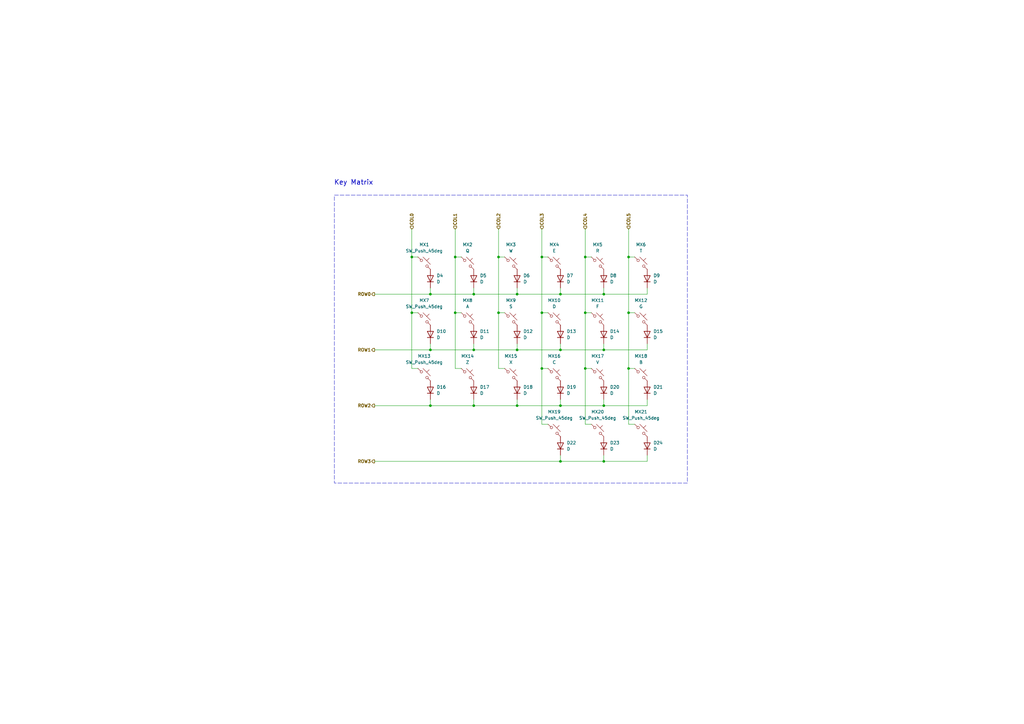
<source format=kicad_sch>
(kicad_sch (version 20250114) (generator "eeschema") (generator_version "9.0")
  (paper "A3")
  (title_block (title "SakurajimaSplit") (date "2025-05-22") (rev "1.0") (company "HayataSama") (comment 1 "https://github.com/HayataSama/SakurajimaSplit"))
  (lib_symbols
    (symbol "Device:D" (pin_numbers (hide yes)) (pin_names (offset 1.016) (hide yes))
      (property "Reference" "D" (at 0 2.54 0))
      (property "Value" "D" (at 0 -2.54 0))
      (symbol "D_0_1"
        (polyline (pts (xy -1.27 1.27) (xy -1.27 -1.27)) (stroke (width 0.254)))
        (polyline (pts (xy 1.27 1.27) (xy 1.27 -1.27) (xy -1.27 0) (xy 1.27 1.27)) (stroke (width 0.254)))
        (polyline (pts (xy 1.27 0) (xy -1.27 0)))
      )
      (symbol "D_1_1"
        (pin passive line (at -3.81 0 0) (length 2.54) (name "K") (number "1"))
        (pin passive line (at 3.81 0 180) (length 2.54) (name "A") (number "2"))
      )
    )
    (symbol "Switch:SW_Push_45deg" (pin_numbers (hide yes)) (pin_names (offset 1.016) (hide yes))
      (property "Reference" "SW" (at 3.048 1.016 0))
      (property "Value" "SW_Push_45deg" (at 0 -3.81 0))
      (symbol "SW_Push_45deg_0_1"
        (polyline (pts (xy -2.54 2.54) (xy -1.524 1.524) (xy -1.524 1.524)))
        (circle (center -1.1684 1.1684) (radius 0.508))
        (polyline (pts (xy -0.508 2.54) (xy 2.54 -0.508)))
        (polyline (pts (xy 1.016 1.016) (xy 2.032 2.032)))
        (circle (center 1.143 -1.1938) (radius 0.508))
        (polyline (pts (xy 1.524 -1.524) (xy 2.54 -2.54) (xy 2.54 -2.54) (xy 2.54 -2.54)))
        (pin passive line (at -2.54 2.54 0) (length 0) (name "1") (number "1"))
        (pin passive line (at 2.54 -2.54 180) (length 0) (name "2") (number "2"))
      )
    )
  )
  (rectangle (start 137.16 80.01) (end 281.94 198.12) (stroke (width 0) (type dash)))
  (text "Key Matrix" (at 145.034 74.93 0) (effects (font (size 2 2) (thickness 0.254) (bold yes))))
  (junction (at 229.87 189.23))
  (junction (at 212.09 143.51))
  (junction (at 257.81 105.41))
  (junction (at 186.69 128.27))
  (junction (at 247.65 166.37))
  (junction (at 257.81 151.13))
  (junction (at 212.09 166.37))
  (junction (at 194.31 120.65))
  (junction (at 222.25 105.41))
  (junction (at 168.91 105.41))
  (junction (at 222.25 128.27))
  (junction (at 229.87 143.51))
  (junction (at 229.87 166.37))
  (junction (at 194.31 166.37))
  (junction (at 229.87 120.65))
  (junction (at 176.53 166.37))
  (junction (at 247.65 120.65))
  (junction (at 240.03 151.13))
  (junction (at 204.47 105.41))
  (junction (at 222.25 151.13))
  (junction (at 240.03 128.27))
  (junction (at 168.91 128.27))
  (junction (at 247.65 189.23))
  (junction (at 240.03 105.41))
  (junction (at 176.53 120.65))
  (junction (at 212.09 120.65))
  (junction (at 257.81 128.27))
  (junction (at 186.69 105.41))
  (junction (at 204.47 128.27))
  (junction (at 176.53 143.51))
  (junction (at 247.65 143.51))
  (junction (at 194.31 143.51))
  (wire (pts (xy 265.43 120.65) (xy 265.43 118.11)))
  (wire (pts (xy 222.25 173.99) (xy 224.79 173.99)))
  (wire (pts (xy 176.53 120.65) (xy 176.53 118.11)))
  (wire (pts (xy 153.67 143.51) (xy 176.53 143.51)))
  (wire (pts (xy 265.43 189.23) (xy 247.65 189.23)))
  (wire (pts (xy 247.65 189.23) (xy 229.87 189.23)))
  (wire (pts (xy 194.31 120.65) (xy 194.31 118.11)))
  (wire (pts (xy 194.31 166.37) (xy 212.09 166.37)))
  (wire (pts (xy 247.65 143.51) (xy 265.43 143.51)))
  (wire (pts (xy 240.03 151.13) (xy 240.03 173.99)))
  (wire (pts (xy 194.31 120.65) (xy 212.09 120.65)))
  (wire (pts (xy 222.25 128.27) (xy 222.25 105.41)))
  (wire (pts (xy 257.81 105.41) (xy 260.35 105.41)))
  (wire (pts (xy 240.03 151.13) (xy 242.57 151.13)))
  (wire (pts (xy 204.47 128.27) (xy 204.47 105.41)))
  (wire (pts (xy 212.09 143.51) (xy 212.09 140.97)))
  (wire (pts (xy 204.47 93.98) (xy 204.47 105.41)))
  (wire (pts (xy 212.09 120.65) (xy 212.09 118.11)))
  (wire (pts (xy 176.53 120.65) (xy 194.31 120.65)))
  (wire (pts (xy 168.91 151.13) (xy 171.45 151.13)))
  (wire (pts (xy 204.47 128.27) (xy 207.01 128.27)))
  (wire (pts (xy 186.69 105.41) (xy 189.23 105.41)))
  (wire (pts (xy 168.91 105.41) (xy 171.45 105.41)))
  (wire (pts (xy 257.81 151.13) (xy 257.81 128.27)))
  (wire (pts (xy 186.69 93.98) (xy 186.69 105.41)))
  (wire (pts (xy 176.53 166.37) (xy 194.31 166.37)))
  (wire (pts (xy 229.87 120.65) (xy 229.87 118.11)))
  (wire (pts (xy 222.25 151.13) (xy 222.25 173.99)))
  (wire (pts (xy 229.87 143.51) (xy 247.65 143.51)))
  (wire (pts (xy 168.91 93.98) (xy 168.91 105.41)))
  (wire (pts (xy 247.65 143.51) (xy 247.65 140.97)))
  (wire (pts (xy 229.87 120.65) (xy 247.65 120.65)))
  (wire (pts (xy 229.87 143.51) (xy 229.87 140.97)))
  (wire (pts (xy 240.03 105.41) (xy 242.57 105.41)))
  (wire (pts (xy 176.53 143.51) (xy 194.31 143.51)))
  (wire (pts (xy 186.69 128.27) (xy 186.69 105.41)))
  (wire (pts (xy 186.69 128.27) (xy 189.23 128.27)))
  (wire (pts (xy 240.03 128.27) (xy 242.57 128.27)))
  (wire (pts (xy 212.09 166.37) (xy 212.09 163.83)))
  (wire (pts (xy 212.09 166.37) (xy 229.87 166.37)))
  (wire (pts (xy 212.09 143.51) (xy 229.87 143.51)))
  (wire (pts (xy 229.87 166.37) (xy 247.65 166.37)))
  (wire (pts (xy 176.53 143.51) (xy 176.53 140.97)))
  (wire (pts (xy 247.65 166.37) (xy 247.65 163.83)))
  (wire (pts (xy 240.03 93.98) (xy 240.03 105.41)))
  (wire (pts (xy 229.87 166.37) (xy 229.87 163.83)))
  (wire (pts (xy 240.03 173.99) (xy 242.57 173.99)))
  (wire (pts (xy 186.69 151.13) (xy 189.23 151.13)))
  (wire (pts (xy 265.43 143.51) (xy 265.43 140.97)))
  (wire (pts (xy 265.43 166.37) (xy 265.43 163.83)))
  (wire (pts (xy 194.31 143.51) (xy 194.31 140.97)))
  (wire (pts (xy 257.81 128.27) (xy 257.81 105.41)))
  (wire (pts (xy 257.81 151.13) (xy 260.35 151.13)))
  (wire (pts (xy 153.67 189.23) (xy 229.87 189.23)))
  (wire (pts (xy 194.31 166.37) (xy 194.31 163.83)))
  (wire (pts (xy 257.81 128.27) (xy 260.35 128.27)))
  (wire (pts (xy 247.65 120.65) (xy 265.43 120.65)))
  (wire (pts (xy 257.81 173.99) (xy 260.35 173.99)))
  (wire (pts (xy 257.81 151.13) (xy 257.81 173.99)))
  (wire (pts (xy 168.91 128.27) (xy 168.91 105.41)))
  (wire (pts (xy 229.87 189.23) (xy 229.87 186.69)))
  (wire (pts (xy 186.69 151.13) (xy 186.69 128.27)))
  (wire (pts (xy 265.43 189.23) (xy 265.43 186.69)))
  (wire (pts (xy 194.31 143.51) (xy 212.09 143.51)))
  (wire (pts (xy 222.25 128.27) (xy 224.79 128.27)))
  (wire (pts (xy 204.47 151.13) (xy 204.47 128.27)))
  (wire (pts (xy 247.65 120.65) (xy 247.65 118.11)))
  (wire (pts (xy 222.25 105.41) (xy 224.79 105.41)))
  (wire (pts (xy 176.53 166.37) (xy 176.53 163.83)))
  (wire (pts (xy 240.03 128.27) (xy 240.03 105.41)))
  (wire (pts (xy 222.25 151.13) (xy 222.25 128.27)))
  (wire (pts (xy 168.91 151.13) (xy 168.91 128.27)))
  (wire (pts (xy 247.65 166.37) (xy 265.43 166.37)))
  (wire (pts (xy 204.47 105.41) (xy 207.01 105.41)))
  (wire (pts (xy 168.91 128.27) (xy 171.45 128.27)))
  (wire (pts (xy 247.65 189.23) (xy 247.65 186.69)))
  (wire (pts (xy 212.09 120.65) (xy 229.87 120.65)))
  (wire (pts (xy 240.03 151.13) (xy 240.03 128.27)))
  (wire (pts (xy 153.67 166.37) (xy 176.53 166.37)))
  (wire (pts (xy 204.47 151.13) (xy 207.01 151.13)))
  (wire (pts (xy 153.67 120.65) (xy 176.53 120.65)))
  (wire (pts (xy 222.25 151.13) (xy 224.79 151.13)))
  (wire (pts (xy 257.81 93.98) (xy 257.81 105.41)))
  (wire (pts (xy 222.25 93.98) (xy 222.25 105.41)))
  (hierarchical_label "COL1" (shape input) (at 186.69 93.98 90) (effects (font (thickness 0.254) (bold yes))))
  (hierarchical_label "ROW2" (shape output) (at 153.67 166.37 180) (effects (font (thickness 0.254) (bold yes))))
  (hierarchical_label "COL4" (shape input) (at 240.03 93.98 90) (effects (font (thickness 0.254) (bold yes))))
  (hierarchical_label "ROW0" (shape output) (at 153.67 120.65 180) (effects (font (thickness 0.254) (bold yes))))
  (hierarchical_label "COL5" (shape input) (at 257.81 93.98 90) (effects (font (thickness 0.254) (bold yes))))
  (hierarchical_label "COL0" (shape input) (at 168.91 93.98 90) (effects (font (thickness 0.254) (bold yes))))
  (hierarchical_label "COL3" (shape input) (at 222.25 93.98 90) (effects (font (thickness 0.254) (bold yes))))
  (hierarchical_label "ROW3" (shape output) (at 153.67 189.23 180) (effects (font (thickness 0.254) (bold yes))))
  (hierarchical_label "ROW1" (shape output) (at 153.67 143.51 180) (effects (font (thickness 0.254) (bold yes))))
  (hierarchical_label "COL2" (shape input) (at 204.47 93.98 90) (effects (font (thickness 0.254) (bold yes))))
  (symbol (lib_id "Switch:SW_Push_45deg") (at 209.55 107.95 0) (unit 1) (in_bom no)
    (property "Reference" "MX3" (at 209.55 100.33 0))
    (property "Value" "W" (at 209.55 102.87 0))
    (property "Footprint" "PCM_marbastlib-mx:SW_MX_1u" (effects (hide yes)))
    (property "Description" "Push button switch, normally open, two pins, 45° tilted" (effects (hide yes)))
  )
  (symbol (lib_id "Device:D") (at 265.43 160.02 90) (unit 1)
    (property "Reference" "D21" (at 267.97 158.7499 90) (effects (justify right)))
    (property "Value" "D" (at 267.97 161.2899 90) (effects (justify right)))
    (property "Footprint" "Diode_SMD:D_SOD-123" (effects (hide yes)))
    (property "Description" "Diode" (effects (hide yes)))
    (property "Sim.Device" "D" (effects (hide yes)))
    (property "Sim.Pins" "1=K 2=A" (effects (hide yes)))
    (property "Distributor Link" "https://lionelectronic.ir/products/2289-1N4148W" (effects (hide yes)))
    (property "Manufacturer" "Jingdao Microelectronics" (effects (hide yes)))
    (property "Manufacturer Part No." "1N4148W" (effects (hide yes)))
  )
  (symbol (lib_id "Device:D") (at 247.65 137.16 90) (unit 1)
    (property "Reference" "D14" (at 250.19 135.8899 90) (effects (justify right)))
    (property "Value" "D" (at 250.19 138.4299 90) (effects (justify right)))
    (property "Footprint" "Diode_SMD:D_SOD-123" (effects (hide yes)))
    (property "Description" "Diode" (effects (hide yes)))
    (property "Sim.Device" "D" (effects (hide yes)))
    (property "Sim.Pins" "1=K 2=A" (effects (hide yes)))
    (property "Distributor Link" "https://lionelectronic.ir/products/2289-1N4148W" (effects (hide yes)))
    (property "Manufacturer" "Jingdao Microelectronics" (effects (hide yes)))
    (property "Manufacturer Part No." "1N4148W" (effects (hide yes)))
  )
  (symbol (lib_id "Switch:SW_Push_45deg") (at 262.89 153.67 0) (unit 1) (in_bom no)
    (property "Reference" "MX18" (at 262.89 146.05 0))
    (property "Value" "B" (at 262.89 148.59 0))
    (property "Footprint" "PCM_marbastlib-mx:SW_MX_1u" (effects (hide yes)))
    (property "Description" "Push button switch, normally open, two pins, 45° tilted" (effects (hide yes)))
  )
  (symbol (lib_id "Device:D") (at 265.43 114.3 90) (unit 1)
    (property "Reference" "D9" (at 267.97 113.0299 90) (effects (justify right)))
    (property "Value" "D" (at 267.97 115.5699 90) (effects (justify right)))
    (property "Footprint" "Diode_SMD:D_SOD-123" (effects (hide yes)))
    (property "Description" "Diode" (effects (hide yes)))
    (property "Sim.Device" "D" (effects (hide yes)))
    (property "Sim.Pins" "1=K 2=A" (effects (hide yes)))
    (property "Distributor Link" "https://lionelectronic.ir/products/2289-1N4148W" (effects (hide yes)))
    (property "Manufacturer" "Jingdao Microelectronics" (effects (hide yes)))
    (property "Manufacturer Part No." "1N4148W" (effects (hide yes)))
  )
  (symbol (lib_id "Device:D") (at 194.31 114.3 90) (unit 1)
    (property "Reference" "D5" (at 196.85 113.0299 90) (effects (justify right)))
    (property "Value" "D" (at 196.85 115.5699 90) (effects (justify right)))
    (property "Footprint" "Diode_SMD:D_SOD-123" (effects (hide yes)))
    (property "Description" "Diode" (effects (hide yes)))
    (property "Sim.Device" "D" (effects (hide yes)))
    (property "Sim.Pins" "1=K 2=A" (effects (hide yes)))
    (property "Distributor Link" "https://lionelectronic.ir/products/2289-1N4148W" (effects (hide yes)))
    (property "Manufacturer" "Jingdao Microelectronics" (effects (hide yes)))
    (property "Manufacturer Part No." "1N4148W" (effects (hide yes)))
  )
  (symbol (lib_id "Device:D") (at 212.09 137.16 90) (unit 1)
    (property "Reference" "D12" (at 214.63 135.8899 90) (effects (justify right)))
    (property "Value" "D" (at 214.63 138.4299 90) (effects (justify right)))
    (property "Footprint" "Diode_SMD:D_SOD-123" (effects (hide yes)))
    (property "Description" "Diode" (effects (hide yes)))
    (property "Sim.Device" "D" (effects (hide yes)))
    (property "Sim.Pins" "1=K 2=A" (effects (hide yes)))
    (property "Distributor Link" "https://lionelectronic.ir/products/2289-1N4148W" (effects (hide yes)))
    (property "Manufacturer" "Jingdao Microelectronics" (effects (hide yes)))
    (property "Manufacturer Part No." "1N4148W" (effects (hide yes)))
  )
  (symbol (lib_id "Switch:SW_Push_45deg") (at 227.33 107.95 0) (unit 1) (in_bom no)
    (property "Reference" "MX4" (at 227.33 100.33 0))
    (property "Value" "E" (at 227.33 102.87 0))
    (property "Footprint" "PCM_marbastlib-mx:SW_MX_1u" (effects (hide yes)))
    (property "Description" "Push button switch, normally open, two pins, 45° tilted" (effects (hide yes)))
  )
  (symbol (lib_id "Device:D") (at 229.87 137.16 90) (unit 1)
    (property "Reference" "D13" (at 232.41 135.8899 90) (effects (justify right)))
    (property "Value" "D" (at 232.41 138.4299 90) (effects (justify right)))
    (property "Footprint" "Diode_SMD:D_SOD-123" (effects (hide yes)))
    (property "Description" "Diode" (effects (hide yes)))
    (property "Sim.Device" "D" (effects (hide yes)))
    (property "Sim.Pins" "1=K 2=A" (effects (hide yes)))
    (property "Distributor Link" "https://lionelectronic.ir/products/2289-1N4148W" (effects (hide yes)))
    (property "Manufacturer" "Jingdao Microelectronics" (effects (hide yes)))
    (property "Manufacturer Part No." "1N4148W" (effects (hide yes)))
  )
  (symbol (lib_id "Switch:SW_Push_45deg") (at 262.89 107.95 0) (unit 1) (in_bom no)
    (property "Reference" "MX6" (at 262.89 100.33 0))
    (property "Value" "T" (at 262.89 102.87 0))
    (property "Footprint" "PCM_marbastlib-mx:SW_MX_1u" (effects (hide yes)))
    (property "Description" "Push button switch, normally open, two pins, 45° tilted" (effects (hide yes)))
  )
  (symbol (lib_id "Switch:SW_Push_45deg") (at 227.33 176.53 0) (unit 1) (in_bom no)
    (property "Reference" "MX19" (at 227.33 168.91 0))
    (property "Value" "SW_Push_45deg" (at 227.33 171.45 0))
    (property "Footprint" "PCM_marbastlib-mx:SW_MX_1u" (effects (hide yes)))
    (property "Description" "Push button switch, normally open, two pins, 45° tilted" (effects (hide yes)))
  )
  (symbol (lib_id "Switch:SW_Push_45deg") (at 191.77 153.67 0) (unit 1) (in_bom no)
    (property "Reference" "MX14" (at 191.77 146.05 0))
    (property "Value" "Z" (at 191.77 148.59 0))
    (property "Footprint" "PCM_marbastlib-mx:SW_MX_1u" (effects (hide yes)))
    (property "Description" "Push button switch, normally open, two pins, 45° tilted" (effects (hide yes)))
  )
  (symbol (lib_id "Switch:SW_Push_45deg") (at 245.11 176.53 0) (unit 1) (in_bom no)
    (property "Reference" "MX20" (at 245.11 168.91 0))
    (property "Value" "SW_Push_45deg" (at 245.11 171.45 0))
    (property "Footprint" "PCM_marbastlib-mx:SW_MX_1u" (effects (hide yes)))
    (property "Description" "Push button switch, normally open, two pins, 45° tilted" (effects (hide yes)))
  )
  (symbol (lib_id "Device:D") (at 265.43 182.88 90) (unit 1)
    (property "Reference" "D24" (at 267.97 181.6099 90) (effects (justify right)))
    (property "Value" "D" (at 267.97 184.1499 90) (effects (justify right)))
    (property "Footprint" "Diode_SMD:D_SOD-123" (effects (hide yes)))
    (property "Description" "Diode" (effects (hide yes)))
    (property "Sim.Device" "D" (effects (hide yes)))
    (property "Sim.Pins" "1=K 2=A" (effects (hide yes)))
    (property "Distributor Link" "https://lionelectronic.ir/products/2289-1N4148W" (effects (hide yes)))
    (property "Manufacturer" "Jingdao Microelectronics" (effects (hide yes)))
    (property "Manufacturer Part No." "1N4148W" (effects (hide yes)))
  )
  (symbol (lib_id "Switch:SW_Push_45deg") (at 227.33 153.67 0) (unit 1) (in_bom no)
    (property "Reference" "MX16" (at 227.33 146.05 0))
    (property "Value" "C" (at 227.33 148.59 0))
    (property "Footprint" "PCM_marbastlib-mx:SW_MX_1u" (effects (hide yes)))
    (property "Description" "Push button switch, normally open, two pins, 45° tilted" (effects (hide yes)))
  )
  (symbol (lib_id "Device:D") (at 212.09 114.3 90) (unit 1)
    (property "Reference" "D6" (at 214.63 113.0299 90) (effects (justify right)))
    (property "Value" "D" (at 214.63 115.5699 90) (effects (justify right)))
    (property "Footprint" "Diode_SMD:D_SOD-123" (effects (hide yes)))
    (property "Description" "Diode" (effects (hide yes)))
    (property "Sim.Device" "D" (effects (hide yes)))
    (property "Sim.Pins" "1=K 2=A" (effects (hide yes)))
    (property "Distributor Link" "https://lionelectronic.ir/products/2289-1N4148W" (effects (hide yes)))
    (property "Manufacturer" "Jingdao Microelectronics" (effects (hide yes)))
    (property "Manufacturer Part No." "1N4148W" (effects (hide yes)))
  )
  (symbol (lib_id "Device:D") (at 212.09 160.02 90) (unit 1)
    (property "Reference" "D18" (at 214.63 158.7499 90) (effects (justify right)))
    (property "Value" "D" (at 214.63 161.2899 90) (effects (justify right)))
    (property "Footprint" "Diode_SMD:D_SOD-123" (effects (hide yes)))
    (property "Description" "Diode" (effects (hide yes)))
    (property "Sim.Device" "D" (effects (hide yes)))
    (property "Sim.Pins" "1=K 2=A" (effects (hide yes)))
    (property "Distributor Link" "https://lionelectronic.ir/products/2289-1N4148W" (effects (hide yes)))
    (property "Manufacturer" "Jingdao Microelectronics" (effects (hide yes)))
    (property "Manufacturer Part No." "1N4148W" (effects (hide yes)))
  )
  (symbol (lib_id "Switch:SW_Push_45deg") (at 262.89 130.81 0) (unit 1) (in_bom no)
    (property "Reference" "MX12" (at 262.89 123.19 0))
    (property "Value" "G" (at 262.89 125.73 0))
    (property "Footprint" "PCM_marbastlib-mx:SW_MX_1u" (effects (hide yes)))
    (property "Description" "Push button switch, normally open, two pins, 45° tilted" (effects (hide yes)))
  )
  (symbol (lib_id "Switch:SW_Push_45deg") (at 191.77 107.95 0) (unit 1) (in_bom no)
    (property "Reference" "MX2" (at 191.77 100.33 0))
    (property "Value" "Q" (at 191.77 102.87 0))
    (property "Footprint" "PCM_marbastlib-mx:SW_MX_1u" (effects (hide yes)))
    (property "Description" "Push button switch, normally open, two pins, 45° tilted" (effects (hide yes)))
  )
  (symbol (lib_id "Switch:SW_Push_45deg") (at 209.55 153.67 0) (unit 1) (in_bom no)
    (property "Reference" "MX15" (at 209.55 146.05 0))
    (property "Value" "X" (at 209.55 148.59 0))
    (property "Footprint" "PCM_marbastlib-mx:SW_MX_1u" (effects (hide yes)))
    (property "Description" "Push button switch, normally open, two pins, 45° tilted" (effects (hide yes)))
  )
  (symbol (lib_id "Device:D") (at 176.53 160.02 90) (unit 1)
    (property "Reference" "D16" (at 179.07 158.7499 90) (effects (justify right)))
    (property "Value" "D" (at 179.07 161.2899 90) (effects (justify right)))
    (property "Footprint" "Diode_SMD:D_SOD-123" (effects (hide yes)))
    (property "Description" "Diode" (effects (hide yes)))
    (property "Sim.Device" "D" (effects (hide yes)))
    (property "Sim.Pins" "1=K 2=A" (effects (hide yes)))
    (property "Distributor Link" "https://lionelectronic.ir/products/2289-1N4148W" (effects (hide yes)))
    (property "Manufacturer" "Jingdao Microelectronics" (effects (hide yes)))
    (property "Manufacturer Part No." "1N4148W" (effects (hide yes)))
  )
  (symbol (lib_id "Device:D") (at 176.53 137.16 90) (unit 1)
    (property "Reference" "D10" (at 179.07 135.8899 90) (effects (justify right)))
    (property "Value" "D" (at 179.07 138.4299 90) (effects (justify right)))
    (property "Footprint" "Diode_SMD:D_SOD-123" (effects (hide yes)))
    (property "Description" "Diode" (effects (hide yes)))
    (property "Sim.Device" "D" (effects (hide yes)))
    (property "Sim.Pins" "1=K 2=A" (effects (hide yes)))
    (property "Distributor Link" "https://lionelectronic.ir/products/2289-1N4148W" (effects (hide yes)))
    (property "Manufacturer" "Jingdao Microelectronics" (effects (hide yes)))
    (property "Manufacturer Part No." "1N4148W" (effects (hide yes)))
  )
  (symbol (lib_id "Switch:SW_Push_45deg") (at 245.11 107.95 0) (unit 1) (in_bom no)
    (property "Reference" "MX5" (at 245.11 100.33 0))
    (property "Value" "R" (at 245.11 102.87 0))
    (property "Footprint" "PCM_marbastlib-mx:SW_MX_1u" (effects (hide yes)))
    (property "Description" "Push button switch, normally open, two pins, 45° tilted" (effects (hide yes)))
  )
  (symbol (lib_id "Switch:SW_Push_45deg") (at 227.33 130.81 0) (unit 1) (in_bom no)
    (property "Reference" "MX10" (at 227.33 123.19 0))
    (property "Value" "D" (at 227.33 125.73 0))
    (property "Footprint" "PCM_marbastlib-mx:SW_MX_1u" (effects (hide yes)))
    (property "Description" "Push button switch, normally open, two pins, 45° tilted" (effects (hide yes)))
  )
  (symbol (lib_id "Switch:SW_Push_45deg") (at 209.55 130.81 0) (unit 1) (in_bom no)
    (property "Reference" "MX9" (at 209.55 123.19 0))
    (property "Value" "S" (at 209.55 125.73 0))
    (property "Footprint" "PCM_marbastlib-mx:SW_MX_1u" (effects (hide yes)))
    (property "Description" "Push button switch, normally open, two pins, 45° tilted" (effects (hide yes)))
  )
  (symbol (lib_id "Switch:SW_Push_45deg") (at 173.99 153.67 0) (unit 1) (in_bom no)
    (property "Reference" "MX13" (at 173.99 146.05 0))
    (property "Value" "SW_Push_45deg" (at 173.99 148.59 0))
    (property "Footprint" "PCM_marbastlib-mx:SW_MX_1u" (effects (hide yes)))
    (property "Description" "Push button switch, normally open, two pins, 45° tilted" (effects (hide yes)))
  )
  (symbol (lib_id "Device:D") (at 194.31 137.16 90) (unit 1)
    (property "Reference" "D11" (at 196.85 135.8899 90) (effects (justify right)))
    (property "Value" "D" (at 196.85 138.4299 90) (effects (justify right)))
    (property "Footprint" "Diode_SMD:D_SOD-123" (effects (hide yes)))
    (property "Description" "Diode" (effects (hide yes)))
    (property "Sim.Device" "D" (effects (hide yes)))
    (property "Sim.Pins" "1=K 2=A" (effects (hide yes)))
    (property "Distributor Link" "https://lionelectronic.ir/products/2289-1N4148W" (effects (hide yes)))
    (property "Manufacturer" "Jingdao Microelectronics" (effects (hide yes)))
    (property "Manufacturer Part No." "1N4148W" (effects (hide yes)))
  )
  (symbol (lib_id "Switch:SW_Push_45deg") (at 173.99 130.81 0) (unit 1) (in_bom no)
    (property "Reference" "MX7" (at 173.99 123.19 0))
    (property "Value" "SW_Push_45deg" (at 173.99 125.73 0))
    (property "Footprint" "PCM_marbastlib-mx:SW_MX_1u" (effects (hide yes)))
    (property "Description" "Push button switch, normally open, two pins, 45° tilted" (effects (hide yes)))
  )
  (symbol (lib_id "Switch:SW_Push_45deg") (at 245.11 130.81 0) (unit 1) (in_bom no)
    (property "Reference" "MX11" (at 245.11 123.19 0))
    (property "Value" "F" (at 245.11 125.73 0))
    (property "Footprint" "PCM_marbastlib-mx:SW_MX_1u" (effects (hide yes)))
    (property "Description" "Push button switch, normally open, two pins, 45° tilted" (effects (hide yes)))
  )
  (symbol (lib_id "Switch:SW_Push_45deg") (at 262.89 176.53 0) (unit 1) (in_bom no)
    (property "Reference" "MX21" (at 262.89 168.91 0))
    (property "Value" "SW_Push_45deg" (at 262.89 171.45 0))
    (property "Footprint" "PCM_marbastlib-mx:SW_MX_1u" (effects (hide yes)))
    (property "Description" "Push button switch, normally open, two pins, 45° tilted" (effects (hide yes)))
  )
  (symbol (lib_id "Device:D") (at 265.43 137.16 90) (unit 1)
    (property "Reference" "D15" (at 267.97 135.8899 90) (effects (justify right)))
    (property "Value" "D" (at 267.97 138.4299 90) (effects (justify right)))
    (property "Footprint" "Diode_SMD:D_SOD-123" (effects (hide yes)))
    (property "Description" "Diode" (effects (hide yes)))
    (property "Sim.Device" "D" (effects (hide yes)))
    (property "Sim.Pins" "1=K 2=A" (effects (hide yes)))
    (property "Distributor Link" "https://lionelectronic.ir/products/2289-1N4148W" (effects (hide yes)))
    (property "Manufacturer" "Jingdao Microelectronics" (effects (hide yes)))
    (property "Manufacturer Part No." "1N4148W" (effects (hide yes)))
  )
  (symbol (lib_id "Device:D") (at 194.31 160.02 90) (unit 1)
    (property "Reference" "D17" (at 196.85 158.7499 90) (effects (justify right)))
    (property "Value" "D" (at 196.85 161.2899 90) (effects (justify right)))
    (property "Footprint" "Diode_SMD:D_SOD-123" (effects (hide yes)))
    (property "Description" "Diode" (effects (hide yes)))
    (property "Sim.Device" "D" (effects (hide yes)))
    (property "Sim.Pins" "1=K 2=A" (effects (hide yes)))
    (property "Distributor Link" "https://lionelectronic.ir/products/2289-1N4148W" (effects (hide yes)))
    (property "Manufacturer" "Jingdao Microelectronics" (effects (hide yes)))
    (property "Manufacturer Part No." "1N4148W" (effects (hide yes)))
  )
  (symbol (lib_id "Switch:SW_Push_45deg") (at 191.77 130.81 0) (unit 1) (in_bom no)
    (property "Reference" "MX8" (at 191.77 123.19 0))
    (property "Value" "A" (at 191.77 125.73 0))
    (property "Footprint" "PCM_marbastlib-mx:SW_MX_1u" (effects (hide yes)))
    (property "Description" "Push button switch, normally open, two pins, 45° tilted" (effects (hide yes)))
  )
  (symbol (lib_id "Device:D") (at 229.87 160.02 90) (unit 1)
    (property "Reference" "D19" (at 232.41 158.7499 90) (effects (justify right)))
    (property "Value" "D" (at 232.41 161.2899 90) (effects (justify right)))
    (property "Footprint" "Diode_SMD:D_SOD-123" (effects (hide yes)))
    (property "Description" "Diode" (effects (hide yes)))
    (property "Sim.Device" "D" (effects (hide yes)))
    (property "Sim.Pins" "1=K 2=A" (effects (hide yes)))
    (property "Distributor Link" "https://lionelectronic.ir/products/2289-1N4148W" (effects (hide yes)))
    (property "Manufacturer" "Jingdao Microelectronics" (effects (hide yes)))
    (property "Manufacturer Part No." "1N4148W" (effects (hide yes)))
  )
  (symbol (lib_id "Device:D") (at 229.87 114.3 90) (unit 1)
    (property "Reference" "D7" (at 232.41 113.0299 90) (effects (justify right)))
    (property "Value" "D" (at 232.41 115.5699 90) (effects (justify right)))
    (property "Footprint" "Diode_SMD:D_SOD-123" (effects (hide yes)))
    (property "Description" "Diode" (effects (hide yes)))
    (property "Sim.Device" "D" (effects (hide yes)))
    (property "Sim.Pins" "1=K 2=A" (effects (hide yes)))
    (property "Distributor Link" "https://lionelectronic.ir/products/2289-1N4148W" (effects (hide yes)))
    (property "Manufacturer" "Jingdao Microelectronics" (effects (hide yes)))
    (property "Manufacturer Part No." "1N4148W" (effects (hide yes)))
  )
  (symbol (lib_id "Device:D") (at 229.87 182.88 90) (unit 1)
    (property "Reference" "D22" (at 232.41 181.6099 90) (effects (justify right)))
    (property "Value" "D" (at 232.41 184.1499 90) (effects (justify right)))
    (property "Footprint" "Diode_SMD:D_SOD-123" (effects (hide yes)))
    (property "Description" "Diode" (effects (hide yes)))
    (property "Sim.Device" "D" (effects (hide yes)))
    (property "Sim.Pins" "1=K 2=A" (effects (hide yes)))
    (property "Distributor Link" "https://lionelectronic.ir/products/2289-1N4148W" (effects (hide yes)))
    (property "Manufacturer" "Jingdao Microelectronics" (effects (hide yes)))
    (property "Manufacturer Part No." "1N4148W" (effects (hide yes)))
  )
  (symbol (lib_id "Switch:SW_Push_45deg") (at 245.11 153.67 0) (unit 1) (in_bom no)
    (property "Reference" "MX17" (at 245.11 146.05 0))
    (property "Value" "V" (at 245.11 148.59 0))
    (property "Footprint" "PCM_marbastlib-mx:SW_MX_1u" (effects (hide yes)))
    (property "Description" "Push button switch, normally open, two pins, 45° tilted" (effects (hide yes)))
  )
  (symbol (lib_id "Switch:SW_Push_45deg") (at 173.99 107.95 0) (unit 1) (in_bom no)
    (property "Reference" "MX1" (at 173.99 100.33 0))
    (property "Value" "SW_Push_45deg" (at 173.99 102.87 0))
    (property "Footprint" "PCM_marbastlib-mx:SW_MX_1u" (effects (hide yes)))
    (property "Description" "Push button switch, normally open, two pins, 45° tilted" (effects (hide yes)))
  )
  (symbol (lib_id "Device:D") (at 247.65 182.88 90) (unit 1)
    (property "Reference" "D23" (at 250.19 181.6099 90) (effects (justify right)))
    (property "Value" "D" (at 250.19 184.1499 90) (effects (justify right)))
    (property "Footprint" "Diode_SMD:D_SOD-123" (effects (hide yes)))
    (property "Description" "Diode" (effects (hide yes)))
    (property "Sim.Device" "D" (effects (hide yes)))
    (property "Sim.Pins" "1=K 2=A" (effects (hide yes)))
    (property "Distributor Link" "https://lionelectronic.ir/products/2289-1N4148W" (effects (hide yes)))
    (property "Manufacturer" "Jingdao Microelectronics" (effects (hide yes)))
    (property "Manufacturer Part No." "1N4148W" (effects (hide yes)))
  )
  (symbol (lib_id "Device:D") (at 247.65 160.02 90) (unit 1)
    (property "Reference" "D20" (at 250.19 158.7499 90) (effects (justify right)))
    (property "Value" "D" (at 250.19 161.2899 90) (effects (justify right)))
    (property "Footprint" "Diode_SMD:D_SOD-123" (effects (hide yes)))
    (property "Description" "Diode" (effects (hide yes)))
    (property "Sim.Device" "D" (effects (hide yes)))
    (property "Sim.Pins" "1=K 2=A" (effects (hide yes)))
    (property "Distributor Link" "https://lionelectronic.ir/products/2289-1N4148W" (effects (hide yes)))
    (property "Manufacturer" "Jingdao Microelectronics" (effects (hide yes)))
    (property "Manufacturer Part No." "1N4148W" (effects (hide yes)))
  )
  (symbol (lib_id "Device:D") (at 247.65 114.3 90) (unit 1)
    (property "Reference" "D8" (at 250.19 113.0299 90) (effects (justify right)))
    (property "Value" "D" (at 250.19 115.5699 90) (effects (justify right)))
    (property "Footprint" "Diode_SMD:D_SOD-123" (effects (hide yes)))
    (property "Description" "Diode" (effects (hide yes)))
    (property "Sim.Device" "D" (effects (hide yes)))
    (property "Sim.Pins" "1=K 2=A" (effects (hide yes)))
    (property "Distributor Link" "https://lionelectronic.ir/products/2289-1N4148W" (effects (hide yes)))
    (property "Manufacturer" "Jingdao Microelectronics" (effects (hide yes)))
    (property "Manufacturer Part No." "1N4148W" (effects (hide yes)))
  )
  (symbol (lib_id "Device:D") (at 176.53 114.3 90) (unit 1)
    (property "Reference" "D4" (at 179.07 113.0299 90) (effects (justify right)))
    (property "Value" "D" (at 179.07 115.5699 90) (effects (justify right)))
    (property "Footprint" "Diode_SMD:D_SOD-123" (effects (hide yes)))
    (property "Description" "Diode" (effects (hide yes)))
    (property "Sim.Device" "D" (effects (hide yes)))
    (property "Sim.Pins" "1=K 2=A" (effects (hide yes)))
    (property "Distributor Link" "https://lionelectronic.ir/products/2289-1N4148W" (effects (hide yes)))
    (property "Manufacturer" "Jingdao Microelectronics" (effects (hide yes)))
    (property "Manufacturer Part No." "1N4148W" (effects (hide yes)))
  )
)
</source>
